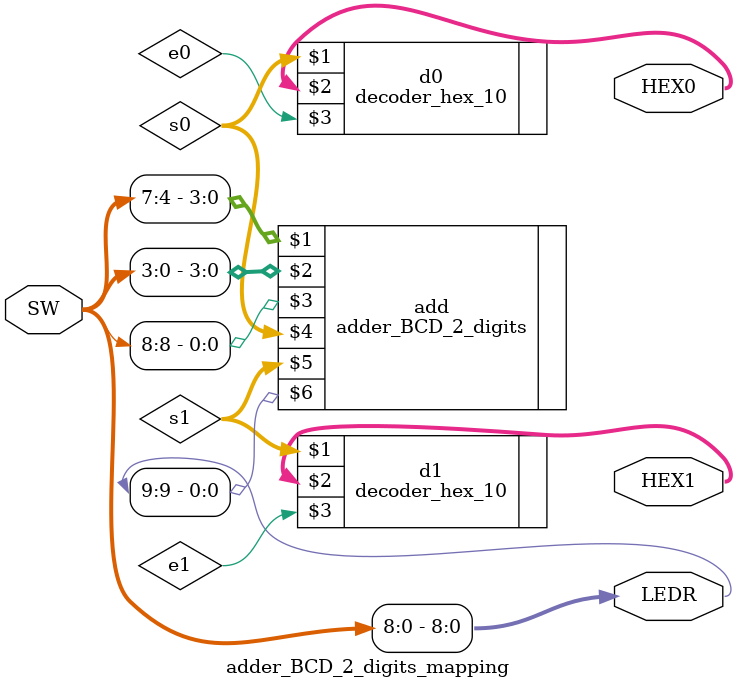
<source format=v>
module adder_BCD_2_digits_mapping(
	input [8:0] SW,
	output [0:6] HEX0,
	output [0:6] HEX1,
	output [9:0] LEDR
	);
	
	wire [3:0] s0;
	wire [3:0] s1;
	wire e0, e1;
	
	adder_BCD_2_digits add(SW[7:4], SW[3:0], SW[8], s0, s1, LEDR[9]);
	decoder_hex_10 d0(s0, HEX0, e0);
	decoder_hex_10 d1(s1, HEX1, e1);
	
	assign LEDR[8:0] = SW;
	
	
endmodule

</source>
